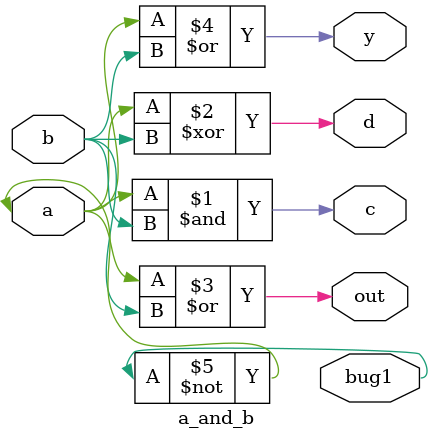
<source format=v>
module a_and_b (
    input       a,
    input       b,
    output      c,
    output	    d,
    output	    out,
    output      y,
    output      bug1
   
);

and (c,a,b);
assign d = a^b;
assign out = a | b;
or (y,a,b);
not(a,bug1);
endmodule

</source>
